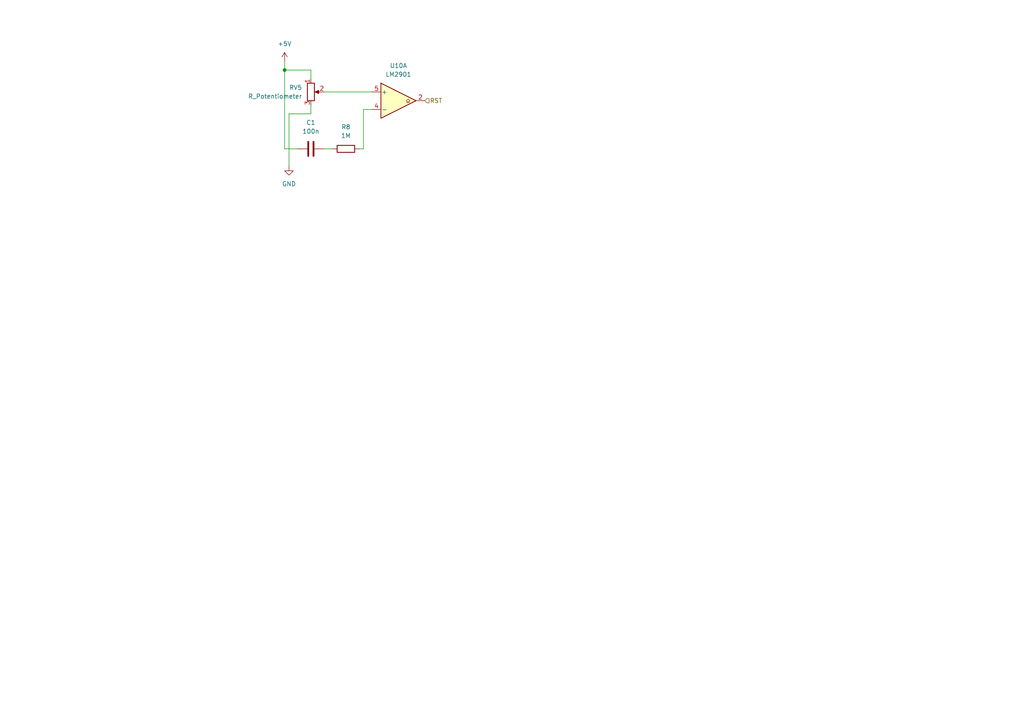
<source format=kicad_sch>
(kicad_sch (version 20231120) (generator "eeschema") (generator_version "8.0")
  (paper "A4")
  (lib_symbols
    (symbol "Comparator:LM2901" (pin_names (offset 0.127))
      (property "Reference" "U" (at 0 5.08 0))
      (property "Value" "LM2901" (at 0 -5.08 0))
      (symbol "LM2901_1_1"
        (polyline (pts (xy -5.08 5.08) (xy 5.08 0) (xy -5.08 -5.08) (xy -5.08 5.08)) (stroke (width 0.254)) (fill (type background)))
        (polyline (pts (xy 3.302 -0.508) (xy 2.794 -0.508) (xy 3.302 0) (xy 2.794 0.508) (xy 2.286 0) (xy 2.794 -0.508) (xy 2.286 -0.508)) (stroke (width 0.127)))
        (pin open_collector line (at 7.62 0 180) (length 2.54) (name "~") (number "2"))
        (pin input line (at -7.62 -2.54 0) (length 2.54) (name "-") (number "4"))
        (pin input line (at -7.62 2.54 0) (length 2.54) (name "+") (number "5"))
      )
      (symbol "LM2901_2_1"
        (polyline (pts (xy -5.08 5.08) (xy 5.08 0) (xy -5.08 -5.08) (xy -5.08 5.08)) (stroke (width 0.254)) (fill (type background)))
        (polyline (pts (xy 3.302 -0.508) (xy 2.794 -0.508) (xy 3.302 0) (xy 2.794 0.508) (xy 2.286 0) (xy 2.794 -0.508) (xy 2.286 -0.508)) (stroke (width 0.127)))
        (pin open_collector line (at 7.62 0 180) (length 2.54) (name "~") (number "1"))
        (pin input line (at -7.62 -2.54 0) (length 2.54) (name "-") (number "6"))
        (pin input line (at -7.62 2.54 0) (length 2.54) (name "+") (number "7"))
      )
      (symbol "LM2901_3_1"
        (polyline (pts (xy -5.08 5.08) (xy 5.08 0) (xy -5.08 -5.08) (xy -5.08 5.08)) (stroke (width 0.254)) (fill (type background)))
        (polyline (pts (xy 3.302 -0.508) (xy 2.794 -0.508) (xy 3.302 0) (xy 2.794 0.508) (xy 2.286 0) (xy 2.794 -0.508) (xy 2.286 -0.508)) (stroke (width 0.127)))
        (pin input line (at -7.62 -2.54 0) (length 2.54) (name "-") (number "10"))
        (pin input line (at -7.62 2.54 0) (length 2.54) (name "+") (number "11"))
        (pin open_collector line (at 7.62 0 180) (length 2.54) (name "~") (number "13"))
      )
      (symbol "LM2901_4_1"
        (polyline (pts (xy -5.08 5.08) (xy 5.08 0) (xy -5.08 -5.08) (xy -5.08 5.08)) (stroke (width 0.254)) (fill (type background)))
        (polyline (pts (xy 3.302 -0.508) (xy 2.794 -0.508) (xy 3.302 0) (xy 2.794 0.508) (xy 2.286 0) (xy 2.794 -0.508) (xy 2.286 -0.508)) (stroke (width 0.127)))
        (pin open_collector line (at 7.62 0 180) (length 2.54) (name "~") (number "14"))
        (pin input line (at -7.62 -2.54 0) (length 2.54) (name "-") (number "8"))
        (pin input line (at -7.62 2.54 0) (length 2.54) (name "+") (number "9"))
      )
      (symbol "LM2901_5_1"
        (pin power_in line (at -2.54 -7.62 90) (length 3.81) (name "V-") (number "12"))
        (pin power_in line (at -2.54 7.62 270) (length 3.81) (name "V+") (number "3"))
      )
    )
    (symbol "Device:C" (pin_numbers hide) (pin_names (offset 0.254))
      (property "Reference" "C" (at 0.635 2.54 0))
      (property "Value" "C" (at 0.635 -2.54 0))
      (symbol "C_0_1"
        (polyline (pts (xy -2.032 -0.762) (xy 2.032 -0.762)) (stroke (width 0.508)))
        (polyline (pts (xy -2.032 0.762) (xy 2.032 0.762)) (stroke (width 0.508)))
      )
      (symbol "C_1_1"
        (pin passive line (at 0 3.81 270) (length 2.794) (name "~") (number "1"))
        (pin passive line (at 0 -3.81 90) (length 2.794) (name "~") (number "2"))
      )
    )
    (symbol "Device:R" (pin_numbers hide) (pin_names (offset 0))
      (property "Reference" "R" (at 2.032 0 90))
      (property "Value" "R" (at 0 0 90))
      (symbol "R_0_1"
        (rectangle (start -1.016 -2.54) (end 1.016 2.54) (stroke (width 0.254)))
      )
      (symbol "R_1_1"
        (pin passive line (at 0 3.81 270) (length 1.27) (name "~") (number "1"))
        (pin passive line (at 0 -3.81 90) (length 1.27) (name "~") (number "2"))
      )
    )
    (symbol "Device:R_Potentiometer" (pin_names (offset 1.016) hide)
      (property "Reference" "RV" (at -4.445 0 90))
      (property "Value" "R_Potentiometer" (at -2.54 0 90))
      (symbol "R_Potentiometer_0_1"
        (polyline (pts (xy 2.54 0) (xy 1.524 0)))
        (polyline (pts (xy 1.143 0) (xy 2.286 0.508) (xy 2.286 -0.508) (xy 1.143 0)) (fill (type outline)))
        (rectangle (start 1.016 2.54) (end -1.016 -2.54) (stroke (width 0.254)))
      )
      (symbol "R_Potentiometer_1_1"
        (pin passive line (at 0 3.81 270) (length 1.27) (name "1") (number "1"))
        (pin passive line (at 3.81 0 180) (length 1.27) (name "2") (number "2"))
        (pin passive line (at 0 -3.81 90) (length 1.27) (name "3") (number "3"))
      )
    )
    (symbol "power:+5V" (power) (pin_names (offset 0))
      (property "Value" "+5V" (at 0 3.556 0))
      (symbol "+5V_0_1"
        (polyline (pts (xy -0.762 1.27) (xy 0 2.54)))
        (polyline (pts (xy 0 0) (xy 0 2.54)))
        (polyline (pts (xy 0 2.54) (xy 0.762 1.27)))
      )
      (symbol "+5V_1_1"
        (pin power_in line (at 0 0 90) (length 0) hide (name "+5V") (number "1"))
      )
    )
    (symbol "power:GND" (power) (pin_names (offset 0))
      (property "Value" "GND" (at 0 -3.81 0))
      (symbol "GND_0_1"
        (polyline (pts (xy 0 0) (xy 0 -1.27) (xy 1.27 -1.27) (xy 0 -2.54) (xy -1.27 -1.27) (xy 0 -1.27)))
      )
      (symbol "GND_1_1"
        (pin power_in line (at 0 0 270) (length 0) hide (name "GND") (number "1"))
      )
    )
  )
  (junction (at 82.55 20.32))
  (wire (pts (xy 82.55 43.18) (xy 86.36 43.18)))
  (wire (pts (xy 82.55 20.32) (xy 82.55 43.18)))
  (wire (pts (xy 105.41 43.18) (xy 105.41 31.75)))
  (wire (pts (xy 93.98 43.18) (xy 96.52 43.18)))
  (wire (pts (xy 82.55 17.78) (xy 82.55 20.32)))
  (wire (pts (xy 90.17 33.02) (xy 90.17 30.48)))
  (wire (pts (xy 93.98 26.67) (xy 107.95 26.67)))
  (wire (pts (xy 90.17 20.32) (xy 82.55 20.32)))
  (wire (pts (xy 104.14 43.18) (xy 105.41 43.18)))
  (wire (pts (xy 90.17 33.02) (xy 83.82 33.02)))
  (wire (pts (xy 90.17 22.86) (xy 90.17 20.32)))
  (wire (pts (xy 83.82 33.02) (xy 83.82 48.26)))
  (wire (pts (xy 105.41 31.75) (xy 107.95 31.75)))
  (hierarchical_label "RST" (shape input) (at 123.19 29.21 0))
  (symbol (lib_id "Comparator:LM2901") (at 115.57 29.21 0) (unit 1)
    (property "Reference" "U10" (at 115.57 19.05 0))
    (property "Value" "LM2901" (at 115.57 21.59 0))
    (property "Footprint" "Package_DIP:DIP-14_W7.62mm_Socket" (effects (hide yes)))
    (property "Datasheet" "https://www.st.com/resource/en/datasheet/lm2901.pdf" (effects (hide yes)))
  )
  (symbol (lib_id "Device:C") (at 90.17 43.18 90) (unit 1)
    (property "Reference" "C1" (at 90.17 35.56 90))
    (property "Value" "100n" (at 90.17 38.1 90))
    (property "Footprint" "Capacitor_THT:C_Disc_D5.0mm_W2.5mm_P5.00mm" (effects (hide yes)))
    (property "Datasheet" "MULTICOMP PRO MCFYU6104Z6" (effects (hide yes)))
  )
  (symbol (lib_id "Device:R_Potentiometer") (at 90.17 26.67 0) (unit 1)
    (property "Reference" "RV5" (at 87.63 25.4 0) (effects (justify right)))
    (property "Value" "R_Potentiometer" (at 87.63 27.94 0) (effects (justify right)))
    (property "Footprint" "Potentiometer_THT:Potentiometer_Bourns_3296Y_Vertical" (effects (hide yes)))
  )
  (symbol (lib_id "Device:R") (at 100.33 43.18 90) (unit 1)
    (property "Reference" "R8" (at 100.33 36.83 90))
    (property "Value" "1M" (at 100.33 39.37 90))
    (property "Footprint" "Resistor_THT:R_Axial_DIN0207_L6.3mm_D2.5mm_P7.62mm_Horizontal" (effects (hide yes)))
  )
  (symbol (lib_id "power:+5V") (at 82.55 17.78 0) (unit 1)
    (property "Reference" "#PWR040" (effects (hide yes)))
    (property "Value" "+5V" (at 82.55 12.7 0))
  )
  (symbol (lib_id "power:GND") (at 83.82 48.26 0) (unit 1)
    (property "Reference" "#PWR041" (effects (hide yes)))
    (property "Value" "GND" (at 83.82 53.34 0))
  )
)
</source>
